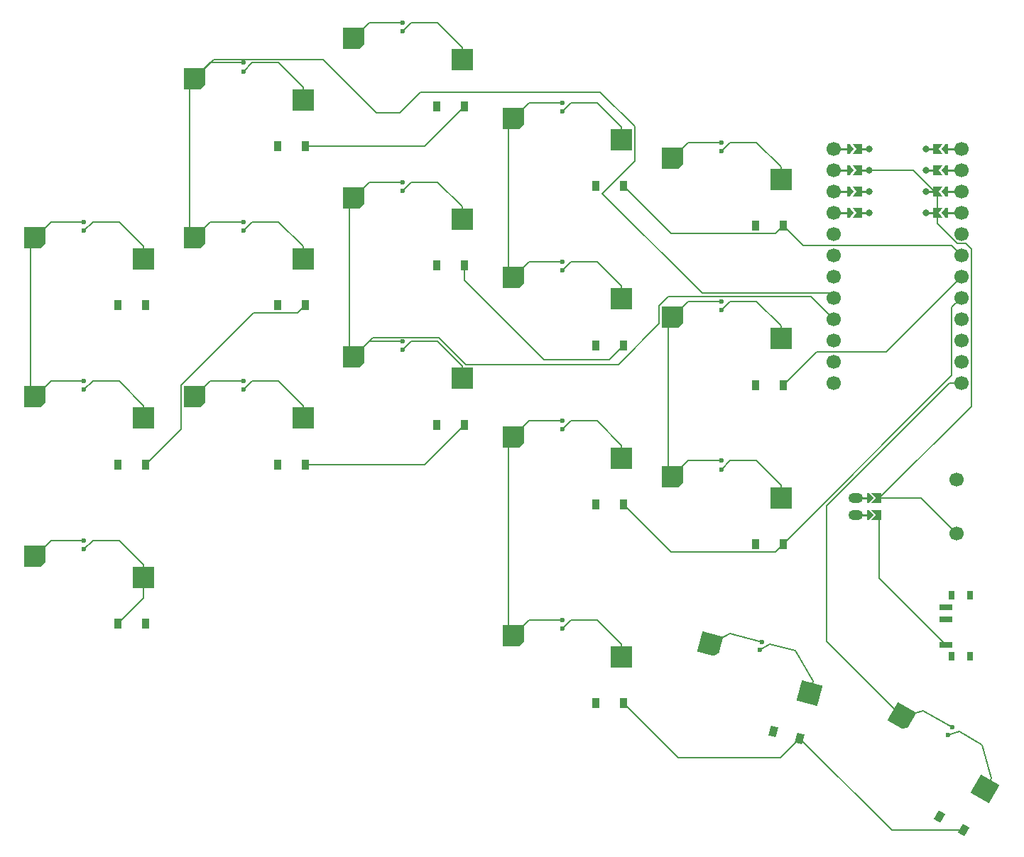
<source format=gbr>
%TF.GenerationSoftware,KiCad,Pcbnew,9.0.7*%
%TF.CreationDate,2026-01-25T01:01:47-05:00*%
%TF.ProjectId,pcb,7063622e-6b69-4636-9164-5f7063625858,rev?*%
%TF.SameCoordinates,Original*%
%TF.FileFunction,Copper,L1,Top*%
%TF.FilePolarity,Positive*%
%FSLAX46Y46*%
G04 Gerber Fmt 4.6, Leading zero omitted, Abs format (unit mm)*
G04 Created by KiCad (PCBNEW 9.0.7) date 2026-01-25 01:01:47*
%MOMM*%
%LPD*%
G01*
G04 APERTURE LIST*
G04 Aperture macros list*
%AMRotRect*
0 Rectangle, with rotation*
0 The origin of the aperture is its center*
0 $1 length*
0 $2 width*
0 $3 Rotation angle, in degrees counterclockwise*
0 Add horizontal line*
21,1,$1,$2,0,0,$3*%
%AMOutline5P*
0 Free polygon, 5 corners , with rotation*
0 The origin of the aperture is its center*
0 number of corners: always 5*
0 $1 to $10 corner X, Y*
0 $11 Rotation angle, in degrees counterclockwise*
0 create outline with 5 corners*
4,1,5,$1,$2,$3,$4,$5,$6,$7,$8,$9,$10,$1,$2,$11*%
%AMOutline6P*
0 Free polygon, 6 corners , with rotation*
0 The origin of the aperture is its center*
0 number of corners: always 6*
0 $1 to $12 corner X, Y*
0 $13 Rotation angle, in degrees counterclockwise*
0 create outline with 6 corners*
4,1,6,$1,$2,$3,$4,$5,$6,$7,$8,$9,$10,$11,$12,$1,$2,$13*%
%AMOutline7P*
0 Free polygon, 7 corners , with rotation*
0 The origin of the aperture is its center*
0 number of corners: always 7*
0 $1 to $14 corner X, Y*
0 $15 Rotation angle, in degrees counterclockwise*
0 create outline with 7 corners*
4,1,7,$1,$2,$3,$4,$5,$6,$7,$8,$9,$10,$11,$12,$13,$14,$1,$2,$15*%
%AMOutline8P*
0 Free polygon, 8 corners , with rotation*
0 The origin of the aperture is its center*
0 number of corners: always 8*
0 $1 to $16 corner X, Y*
0 $17 Rotation angle, in degrees counterclockwise*
0 create outline with 8 corners*
4,1,8,$1,$2,$3,$4,$5,$6,$7,$8,$9,$10,$11,$12,$13,$14,$15,$16,$1,$2,$17*%
%AMFreePoly0*
4,1,6,0.250000,0.000000,-0.250000,-0.625000,-0.500000,-0.625000,-0.500000,0.625000,-0.250000,0.625000,0.250000,0.000000,0.250000,0.000000,$1*%
%AMFreePoly1*
4,1,6,0.500000,-0.625000,-0.650000,-0.625000,-0.150000,0.000000,-0.650000,0.625000,0.500000,0.625000,0.500000,-0.625000,0.500000,-0.625000,$1*%
%AMFreePoly2*
4,1,6,0.600000,-0.200000,0.600000,-0.400000,-0.600000,-0.400000,-0.600000,-0.200000,0.000000,0.400000,0.600000,-0.200000,0.600000,-0.200000,$1*%
%AMFreePoly3*
4,1,6,0.600000,-1.000000,0.000000,-0.400000,-0.600000,-1.000000,-0.600000,0.250000,0.600000,0.250000,0.600000,-1.000000,0.600000,-1.000000,$1*%
G04 Aperture macros list end*
%TA.AperFunction,SMDPad,CuDef*%
%ADD10R,2.550000X2.500000*%
%TD*%
%TA.AperFunction,SMDPad,CuDef*%
%ADD11Outline5P,-1.275000X1.250000X1.275000X1.250000X1.275000X-0.750000X0.775000X-1.250000X-1.275000X-1.250000X0.000000*%
%TD*%
%TA.AperFunction,SMDPad,CuDef*%
%ADD12RotRect,2.550000X2.500000X345.000000*%
%TD*%
%TA.AperFunction,SMDPad,CuDef*%
%ADD13Outline5P,-1.275000X1.250000X1.275000X1.250000X1.275000X-0.750000X0.775000X-1.250000X-1.275000X-1.250000X345.000000*%
%TD*%
%TA.AperFunction,SMDPad,CuDef*%
%ADD14RotRect,2.550000X2.500000X330.000000*%
%TD*%
%TA.AperFunction,SMDPad,CuDef*%
%ADD15Outline5P,-1.275000X1.250000X1.275000X1.250000X1.275000X-0.750000X0.775000X-1.250000X-1.275000X-1.250000X330.000000*%
%TD*%
%TA.AperFunction,SMDPad,CuDef*%
%ADD16R,0.900000X1.200000*%
%TD*%
%TA.AperFunction,SMDPad,CuDef*%
%ADD17RotRect,0.900000X1.200000X165.000000*%
%TD*%
%TA.AperFunction,SMDPad,CuDef*%
%ADD18RotRect,0.900000X1.200000X150.000000*%
%TD*%
%TA.AperFunction,ComponentPad*%
%ADD19C,1.700000*%
%TD*%
%TA.AperFunction,ComponentPad*%
%ADD20C,0.800000*%
%TD*%
%TA.AperFunction,SMDPad,CuDef*%
%ADD21FreePoly0,0.000000*%
%TD*%
%TA.AperFunction,SMDPad,CuDef*%
%ADD22FreePoly1,0.000000*%
%TD*%
%TA.AperFunction,SMDPad,CuDef*%
%ADD23FreePoly1,180.000000*%
%TD*%
%TA.AperFunction,SMDPad,CuDef*%
%ADD24FreePoly0,180.000000*%
%TD*%
%TA.AperFunction,ComponentPad*%
%ADD25O,1.750000X1.200000*%
%TD*%
%TA.AperFunction,SMDPad,CuDef*%
%ADD26FreePoly2,270.000000*%
%TD*%
%TA.AperFunction,SMDPad,CuDef*%
%ADD27FreePoly3,270.000000*%
%TD*%
%TA.AperFunction,SMDPad,CuDef*%
%ADD28R,0.800000X1.000000*%
%TD*%
%TA.AperFunction,SMDPad,CuDef*%
%ADD29R,1.500000X0.700000*%
%TD*%
%TA.AperFunction,ViaPad*%
%ADD30C,0.600000*%
%TD*%
%TA.AperFunction,Conductor*%
%ADD31C,0.200000*%
%TD*%
%TA.AperFunction,Conductor*%
%ADD32C,0.250000*%
%TD*%
G04 APERTURE END LIST*
D10*
%TO.P,S1,1*%
%TO.N,pin_bo*%
X94085000Y-112460000D03*
D11*
%TO.P,S1,2*%
%TO.N,pin*%
X81158000Y-109920000D03*
%TD*%
D10*
%TO.P,S2,1*%
%TO.N,pin_ho*%
X94085000Y-93460000D03*
D11*
%TO.P,S2,2*%
%TO.N,pin*%
X81158000Y-90920000D03*
%TD*%
D10*
%TO.P,S3,1*%
%TO.N,pin_to*%
X94085000Y-74460000D03*
D11*
%TO.P,S3,2*%
%TO.N,pin*%
X81158000Y-71920000D03*
%TD*%
D10*
%TO.P,S4,1*%
%TO.N,ri_bo*%
X113085000Y-93460000D03*
D11*
%TO.P,S4,2*%
%TO.N,ri*%
X100158000Y-90920000D03*
%TD*%
D10*
%TO.P,S5,1*%
%TO.N,ri_ho*%
X113085000Y-74460000D03*
D11*
%TO.P,S5,2*%
%TO.N,ri*%
X100158000Y-71920000D03*
%TD*%
D10*
%TO.P,S6,1*%
%TO.N,ri_to*%
X113085000Y-55460000D03*
D11*
%TO.P,S6,2*%
%TO.N,ri*%
X100158000Y-52920000D03*
%TD*%
D10*
%TO.P,S7,1*%
%TO.N,mi_bo*%
X132085000Y-88710000D03*
D11*
%TO.P,S7,2*%
%TO.N,mi*%
X119158000Y-86170000D03*
%TD*%
D10*
%TO.P,S8,1*%
%TO.N,mi_ho*%
X132085000Y-69710000D03*
D11*
%TO.P,S8,2*%
%TO.N,mi*%
X119158000Y-67170000D03*
%TD*%
D10*
%TO.P,S9,1*%
%TO.N,mi_to*%
X132085000Y-50710000D03*
D11*
%TO.P,S9,2*%
%TO.N,mi*%
X119158000Y-48170000D03*
%TD*%
D10*
%TO.P,S10,1*%
%TO.N,ind_bo*%
X151085000Y-98210000D03*
D11*
%TO.P,S10,2*%
%TO.N,ind*%
X138158000Y-95670000D03*
%TD*%
D10*
%TO.P,S11,1*%
%TO.N,ind_ho*%
X151085000Y-79210000D03*
D11*
%TO.P,S11,2*%
%TO.N,ind*%
X138158000Y-76670000D03*
%TD*%
D10*
%TO.P,S12,1*%
%TO.N,ind_to*%
X151085000Y-60210000D03*
D11*
%TO.P,S12,2*%
%TO.N,ind*%
X138158000Y-57670000D03*
%TD*%
D10*
%TO.P,S13,1*%
%TO.N,inn_bo*%
X170085000Y-102960000D03*
D11*
%TO.P,S13,2*%
%TO.N,inn*%
X157158000Y-100420000D03*
%TD*%
D10*
%TO.P,S14,1*%
%TO.N,inn_ho*%
X170085000Y-83960000D03*
D11*
%TO.P,S14,2*%
%TO.N,inn*%
X157158000Y-81420000D03*
%TD*%
D10*
%TO.P,S15,1*%
%TO.N,inn_to*%
X170085000Y-64960000D03*
D11*
%TO.P,S15,2*%
%TO.N,inn*%
X157158000Y-62420000D03*
%TD*%
D10*
%TO.P,S16,1*%
%TO.N,ind_th*%
X151085000Y-121960000D03*
D11*
%TO.P,S16,2*%
%TO.N,ind*%
X138158000Y-119420000D03*
%TD*%
D12*
%TO.P,S17,1*%
%TO.N,inn_th*%
X173500985Y-126255281D03*
D13*
%TO.P,S17,2*%
%TO.N,inn*%
X161671862Y-120456076D03*
%TD*%
D14*
%TO.P,S18,1*%
%TO.N,far_th*%
X194405790Y-137717795D03*
D15*
%TO.P,S18,2*%
%TO.N,far*%
X184480680Y-129054591D03*
%TD*%
D16*
%TO.P,D1,1*%
%TO.N,bo*%
X94350000Y-118000000D03*
%TO.P,D1,2*%
%TO.N,pin_bo*%
X91050000Y-118000000D03*
%TD*%
%TO.P,D2,1*%
%TO.N,ho*%
X94350000Y-99000000D03*
%TO.P,D2,2*%
%TO.N,pin_ho*%
X91050000Y-99000000D03*
%TD*%
%TO.P,D3,1*%
%TO.N,to*%
X94350000Y-80000000D03*
%TO.P,D3,2*%
%TO.N,pin_to*%
X91050000Y-80000000D03*
%TD*%
%TO.P,D4,1*%
%TO.N,bo*%
X113350000Y-99000000D03*
%TO.P,D4,2*%
%TO.N,ri_bo*%
X110050000Y-99000000D03*
%TD*%
%TO.P,D5,1*%
%TO.N,ho*%
X113350000Y-80000000D03*
%TO.P,D5,2*%
%TO.N,ri_ho*%
X110050000Y-80000000D03*
%TD*%
%TO.P,D6,1*%
%TO.N,to*%
X113350000Y-61000000D03*
%TO.P,D6,2*%
%TO.N,ri_to*%
X110050000Y-61000000D03*
%TD*%
%TO.P,D7,1*%
%TO.N,bo*%
X132350000Y-94250000D03*
%TO.P,D7,2*%
%TO.N,mi_bo*%
X129050000Y-94250000D03*
%TD*%
%TO.P,D8,1*%
%TO.N,ho*%
X132350000Y-75250000D03*
%TO.P,D8,2*%
%TO.N,mi_ho*%
X129050000Y-75250000D03*
%TD*%
%TO.P,D9,1*%
%TO.N,to*%
X132350000Y-56250000D03*
%TO.P,D9,2*%
%TO.N,mi_to*%
X129050000Y-56250000D03*
%TD*%
%TO.P,D10,1*%
%TO.N,bo*%
X151350000Y-103750000D03*
%TO.P,D10,2*%
%TO.N,ind_bo*%
X148050000Y-103750000D03*
%TD*%
%TO.P,D11,1*%
%TO.N,ho*%
X151350000Y-84750000D03*
%TO.P,D11,2*%
%TO.N,ind_ho*%
X148050000Y-84750000D03*
%TD*%
%TO.P,D12,1*%
%TO.N,to*%
X151350000Y-65750000D03*
%TO.P,D12,2*%
%TO.N,ind_to*%
X148050000Y-65750000D03*
%TD*%
%TO.P,D13,1*%
%TO.N,bo*%
X170350000Y-108500000D03*
%TO.P,D13,2*%
%TO.N,inn_bo*%
X167050000Y-108500000D03*
%TD*%
%TO.P,D14,1*%
%TO.N,ho*%
X170350000Y-89500000D03*
%TO.P,D14,2*%
%TO.N,inn_ho*%
X167050000Y-89500000D03*
%TD*%
%TO.P,D15,1*%
%TO.N,to*%
X170350000Y-70500000D03*
%TO.P,D15,2*%
%TO.N,inn_to*%
X167050000Y-70500000D03*
%TD*%
%TO.P,D16,1*%
%TO.N,th*%
X151350000Y-127500000D03*
%TO.P,D16,2*%
%TO.N,ind_th*%
X148050000Y-127500000D03*
%TD*%
D17*
%TO.P,D17,1*%
%TO.N,th*%
X172323098Y-131675097D03*
%TO.P,D17,2*%
%TO.N,inn_th*%
X169135542Y-130820995D03*
%TD*%
D18*
%TO.P,D18,1*%
%TO.N,th*%
X191865287Y-142648076D03*
%TO.P,D18,2*%
%TO.N,far_th*%
X189007403Y-140998076D03*
%TD*%
D19*
%TO.P,MCU1,24*%
%TO.N,MCU1_24*%
X176380000Y-61300000D03*
%TO.P,MCU1,1*%
%TO.N,MCU1_1*%
X191620000Y-61300000D03*
D20*
%TO.P,MCU1,124*%
%TO.N,RAW*%
X180600000Y-61300000D03*
%TO.P,MCU1,101*%
%TO.N,P1*%
X187400000Y-61300000D03*
D21*
%TO.P,MCU1,24*%
%TO.N,MCU1_24*%
X178500000Y-61300000D03*
D22*
%TO.P,MCU1,124*%
%TO.N,RAW*%
X179225000Y-61300000D03*
D23*
%TO.P,MCU1,101*%
%TO.N,P1*%
X188775000Y-61300000D03*
D24*
%TO.P,MCU1,1*%
%TO.N,MCU1_1*%
X189500000Y-61300000D03*
D19*
%TO.P,MCU1,23*%
%TO.N,MCU1_23*%
X176380000Y-63840000D03*
%TO.P,MCU1,2*%
%TO.N,MCU1_2*%
X191620000Y-63840000D03*
D20*
%TO.P,MCU1,123*%
%TO.N,GND*%
X180600000Y-63840000D03*
%TO.P,MCU1,102*%
%TO.N,P0*%
X187400000Y-63840000D03*
D21*
%TO.P,MCU1,23*%
%TO.N,MCU1_23*%
X178500000Y-63840000D03*
D22*
%TO.P,MCU1,123*%
%TO.N,GND*%
X179225000Y-63840000D03*
D23*
%TO.P,MCU1,102*%
%TO.N,P0*%
X188775000Y-63840000D03*
D24*
%TO.P,MCU1,2*%
%TO.N,MCU1_2*%
X189500000Y-63840000D03*
D19*
%TO.P,MCU1,22*%
%TO.N,MCU1_22*%
X176380000Y-66380000D03*
%TO.P,MCU1,3*%
%TO.N,MCU1_3*%
X191620000Y-66380000D03*
D20*
%TO.P,MCU1,122*%
%TO.N,RST*%
X180600000Y-66380000D03*
%TO.P,MCU1,103*%
%TO.N,GND*%
X187400000Y-66380000D03*
D21*
%TO.P,MCU1,22*%
%TO.N,MCU1_22*%
X178500000Y-66380000D03*
D22*
%TO.P,MCU1,122*%
%TO.N,RST*%
X179225000Y-66380000D03*
D23*
%TO.P,MCU1,103*%
%TO.N,GND*%
X188775000Y-66380000D03*
D24*
%TO.P,MCU1,3*%
%TO.N,MCU1_3*%
X189500000Y-66380000D03*
D19*
%TO.P,MCU1,21*%
%TO.N,MCU1_21*%
X176380000Y-68920000D03*
%TO.P,MCU1,4*%
%TO.N,MCU1_4*%
X191620000Y-68920000D03*
D20*
%TO.P,MCU1,121*%
%TO.N,VCC*%
X180600000Y-68920000D03*
%TO.P,MCU1,104*%
%TO.N,GND*%
X187400000Y-68920000D03*
D21*
%TO.P,MCU1,21*%
%TO.N,MCU1_21*%
X178500000Y-68920000D03*
D22*
%TO.P,MCU1,121*%
%TO.N,VCC*%
X179225000Y-68920000D03*
D23*
%TO.P,MCU1,104*%
%TO.N,GND*%
X188775000Y-68920000D03*
D24*
%TO.P,MCU1,4*%
%TO.N,MCU1_4*%
X189500000Y-68920000D03*
D19*
%TO.P,MCU1,20*%
%TO.N,P21*%
X176380000Y-71460000D03*
%TO.P,MCU1,5*%
%TO.N,pin*%
X191620000Y-71460000D03*
%TO.P,MCU1,19*%
%TO.N,P20*%
X176380000Y-74000000D03*
%TO.P,MCU1,6*%
%TO.N,to*%
X191620000Y-74000000D03*
%TO.P,MCU1,18*%
%TO.N,P19*%
X176380000Y-76540000D03*
%TO.P,MCU1,7*%
%TO.N,ho*%
X191620000Y-76540000D03*
%TO.P,MCU1,17*%
%TO.N,ri*%
X176380000Y-79080000D03*
%TO.P,MCU1,8*%
%TO.N,bo*%
X191620000Y-79080000D03*
%TO.P,MCU1,16*%
%TO.N,mi*%
X176380000Y-81620000D03*
%TO.P,MCU1,9*%
%TO.N,DA*%
X191620000Y-81620000D03*
%TO.P,MCU1,15*%
%TO.N,CS*%
X176380000Y-84160000D03*
%TO.P,MCU1,10*%
%TO.N,CL*%
X191620000Y-84160000D03*
%TO.P,MCU1,14*%
%TO.N,ind*%
X176380000Y-86700000D03*
%TO.P,MCU1,11*%
%TO.N,inn*%
X191620000Y-86700000D03*
%TO.P,MCU1,13*%
%TO.N,th*%
X176380000Y-89240000D03*
%TO.P,MCU1,12*%
%TO.N,far*%
X191620000Y-89240000D03*
%TD*%
D25*
%TO.P,JST1,11*%
%TO.N,JST1_1*%
X179000000Y-105000000D03*
%TO.P,JST1,12*%
%TO.N,JST1_2*%
X179000000Y-103000000D03*
D26*
%TO.P,JST1,21*%
%TO.N,JST1_1*%
X180800000Y-105000000D03*
%TO.P,JST1,22*%
%TO.N,JST1_2*%
X180800000Y-103000000D03*
D27*
%TO.P,JST1,1*%
%TO.N,BAT_P*%
X181816000Y-105000000D03*
%TO.P,JST1,2*%
%TO.N,GND*%
X181816000Y-103000000D03*
%TD*%
D19*
%TO.P,RST1,2*%
%TO.N,GND*%
X191000000Y-107250000D03*
%TO.P,RST1,1*%
%TO.N,RST*%
X191000000Y-100750000D03*
%TD*%
D28*
%TO.P,PWR1,*%
%TO.N,*%
X192625000Y-114600000D03*
X190415000Y-114600000D03*
X190415000Y-121900000D03*
X192625000Y-121900000D03*
D29*
%TO.P,PWR1,1*%
%TO.N,BAT_P*%
X189765000Y-120500000D03*
%TO.P,PWR1,2*%
%TO.N,RAW*%
X189765000Y-117500000D03*
%TO.P,PWR1,3*%
%TO.N,N/C*%
X189765000Y-116000000D03*
%TD*%
D30*
%TO.N,pin*%
X87000000Y-108041000D03*
%TO.N,pin_bo*%
X87000000Y-109070000D03*
%TO.N,pin*%
X87000000Y-89041000D03*
%TO.N,pin_ho*%
X87000000Y-90070000D03*
%TO.N,pin*%
X87000000Y-70041000D03*
%TO.N,pin_to*%
X87000000Y-71070000D03*
%TO.N,ri*%
X106000000Y-89041000D03*
%TO.N,ri_bo*%
X106000000Y-90070000D03*
%TO.N,ri*%
X106000000Y-70041000D03*
%TO.N,ri_ho*%
X106000000Y-71070000D03*
%TO.N,ri*%
X106000000Y-51041000D03*
%TO.N,ri_to*%
X106000000Y-52070000D03*
%TO.N,mi*%
X125000000Y-84291000D03*
%TO.N,mi_bo*%
X125000000Y-85320000D03*
%TO.N,mi*%
X125000000Y-65291000D03*
%TO.N,mi_ho*%
X125000000Y-66320000D03*
%TO.N,mi*%
X125000000Y-46291000D03*
%TO.N,mi_to*%
X125000000Y-47320000D03*
%TO.N,ind*%
X144000000Y-93791000D03*
%TO.N,ind_bo*%
X144000000Y-94820000D03*
%TO.N,ind*%
X144000000Y-74791000D03*
%TO.N,ind_ho*%
X144000000Y-75820000D03*
%TO.N,ind*%
X144000000Y-55791000D03*
%TO.N,ind_to*%
X144000000Y-56820000D03*
%TO.N,inn*%
X163000000Y-98541000D03*
%TO.N,inn_bo*%
X163000000Y-99570000D03*
%TO.N,inn*%
X163000000Y-79541000D03*
%TO.N,inn_ho*%
X163000000Y-80570000D03*
%TO.N,inn*%
X163000000Y-60541000D03*
%TO.N,inn_to*%
X163000000Y-61570000D03*
%TO.N,ind*%
X144000000Y-117541000D03*
%TO.N,ind_th*%
X144000000Y-118570000D03*
%TO.N,inn*%
X167801122Y-120153122D03*
%TO.N,inn_th*%
X167534797Y-121147060D03*
%TO.N,far*%
X190479500Y-130348329D03*
%TO.N,far_th*%
X189965000Y-131239469D03*
%TD*%
D31*
%TO.N,BAT_P*%
X181816000Y-105000000D02*
X181816000Y-112551000D01*
X181816000Y-112551000D02*
X189765000Y-120500000D01*
%TO.N,pin_bo*%
X91050000Y-118000000D02*
X94085000Y-114965000D01*
X94085000Y-114965000D02*
X94085000Y-112460000D01*
%TO.N,GND*%
X188775000Y-66380000D02*
X188380000Y-66380000D01*
X188380000Y-66380000D02*
X185840000Y-63840000D01*
X185840000Y-63840000D02*
X179225000Y-63840000D01*
X188775000Y-68920000D02*
X188775000Y-66380000D01*
X181816000Y-103000000D02*
X192771000Y-92045000D01*
X192771000Y-92045000D02*
X192771000Y-73285240D01*
X192771000Y-73285240D02*
X192096760Y-72611000D01*
X192096760Y-72611000D02*
X191143240Y-72611000D01*
X191143240Y-72611000D02*
X188775000Y-70242760D01*
X188775000Y-70242760D02*
X188775000Y-68920000D01*
%TO.N,to*%
X170350000Y-70500000D02*
X172699000Y-72849000D01*
X172699000Y-72849000D02*
X190469000Y-72849000D01*
X190469000Y-72849000D02*
X191620000Y-74000000D01*
%TO.N,GND*%
X191000000Y-107250000D02*
X186750000Y-103000000D01*
X186750000Y-103000000D02*
X181816000Y-103000000D01*
%TO.N,far*%
X191620000Y-89240000D02*
X190177100Y-89240000D01*
X190177100Y-89240000D02*
X175500000Y-103917100D01*
X175500000Y-103917100D02*
X175500000Y-120073911D01*
X175500000Y-120073911D02*
X184480680Y-129054591D01*
%TO.N,ho*%
X191620000Y-76540000D02*
X182649000Y-85511000D01*
X174339000Y-85511000D02*
X170350000Y-89500000D01*
X182649000Y-85511000D02*
X174339000Y-85511000D01*
%TO.N,bo*%
X191620000Y-79080000D02*
X190469000Y-80231000D01*
X190469000Y-80231000D02*
X190469000Y-88381000D01*
X190469000Y-88381000D02*
X170350000Y-108500000D01*
%TO.N,ri*%
X176380000Y-79080000D02*
X175839000Y-78539000D01*
X102438000Y-50640000D02*
X100158000Y-52920000D01*
X175839000Y-78539000D02*
X160689000Y-78539000D01*
X160689000Y-78539000D02*
X148801000Y-66651000D01*
X115470108Y-50640000D02*
X102438000Y-50640000D01*
X148801000Y-66651000D02*
X152661000Y-62791000D01*
X152661000Y-62791000D02*
X152661000Y-58659000D01*
X152661000Y-58659000D02*
X148553000Y-54551000D01*
X148553000Y-54551000D02*
X127094527Y-54551000D01*
X127094527Y-54551000D02*
X124634527Y-57011000D01*
X124634527Y-57011000D02*
X121841108Y-57011000D01*
X121841108Y-57011000D02*
X115470108Y-50640000D01*
%TO.N,mi*%
X176380000Y-81620000D02*
X173700000Y-78940000D01*
X173700000Y-78940000D02*
X156687322Y-78940000D01*
X156687322Y-78940000D02*
X155582000Y-80045322D01*
X155582000Y-80045322D02*
X155582000Y-82170000D01*
X155582000Y-82170000D02*
X150708100Y-87043900D01*
X121438000Y-83890000D02*
X119158000Y-86170000D01*
X150708100Y-87043900D02*
X132486000Y-87043900D01*
X132486000Y-87043900D02*
X129332100Y-83890000D01*
X129332100Y-83890000D02*
X121438000Y-83890000D01*
%TO.N,to*%
X132350000Y-56250000D02*
X127600000Y-61000000D01*
X127600000Y-61000000D02*
X113350000Y-61000000D01*
X170350000Y-70500000D02*
X169449000Y-71401000D01*
X169449000Y-71401000D02*
X157001000Y-71401000D01*
X157001000Y-71401000D02*
X151350000Y-65750000D01*
%TO.N,ho*%
X132350000Y-75250000D02*
X132350000Y-77019892D01*
X132350000Y-77019892D02*
X141830108Y-86500000D01*
X141830108Y-86500000D02*
X149600000Y-86500000D01*
X149600000Y-86500000D02*
X151350000Y-84750000D01*
X94350000Y-99000000D02*
X98582000Y-94768000D01*
X107226322Y-80901000D02*
X112449000Y-80901000D01*
X98582000Y-94768000D02*
X98582000Y-89545322D01*
X98582000Y-89545322D02*
X107226322Y-80901000D01*
X112449000Y-80901000D02*
X113350000Y-80000000D01*
%TO.N,bo*%
X132350000Y-94250000D02*
X127600000Y-99000000D01*
X127600000Y-99000000D02*
X113350000Y-99000000D01*
X170350000Y-108500000D02*
X169449000Y-109401000D01*
X169449000Y-109401000D02*
X157001000Y-109401000D01*
X157001000Y-109401000D02*
X151350000Y-103750000D01*
%TO.N,th*%
X172323098Y-131675097D02*
X183296077Y-142648076D01*
X183296077Y-142648076D02*
X191865287Y-142648076D01*
X151350000Y-127500000D02*
X157850000Y-134000000D01*
X157850000Y-134000000D02*
X169998195Y-134000000D01*
X169998195Y-134000000D02*
X172323098Y-131675097D01*
%TO.N,inn*%
X157158000Y-100420000D02*
X156619000Y-99881000D01*
X156619000Y-81959000D02*
X157158000Y-81420000D01*
X156619000Y-99881000D02*
X156619000Y-81959000D01*
%TO.N,ind*%
X138158000Y-119420000D02*
X137619000Y-118881000D01*
X137619000Y-118881000D02*
X137619000Y-96209000D01*
X137619000Y-96209000D02*
X138158000Y-95670000D01*
X138158000Y-76670000D02*
X137619000Y-76131000D01*
X137619000Y-76131000D02*
X137619000Y-58209000D01*
X137619000Y-58209000D02*
X138158000Y-57670000D01*
%TO.N,mi*%
X119158000Y-86170000D02*
X118619000Y-85631000D01*
X118619000Y-85631000D02*
X118619000Y-67709000D01*
X118619000Y-67709000D02*
X119158000Y-67170000D01*
%TO.N,ri*%
X100158000Y-71920000D02*
X99619000Y-71381000D01*
X99619000Y-53459000D02*
X100158000Y-52920000D01*
X99619000Y-71381000D02*
X99619000Y-53459000D01*
%TO.N,pin*%
X81158000Y-90920000D02*
X80619000Y-90381000D01*
X80619000Y-90381000D02*
X80619000Y-72459000D01*
X80619000Y-72459000D02*
X81158000Y-71920000D01*
X81158000Y-109920000D02*
X83037000Y-108041000D01*
X83037000Y-108041000D02*
X87000000Y-108041000D01*
%TO.N,pin_bo*%
X87000000Y-109070000D02*
X88029000Y-108041000D01*
X91166000Y-108041000D02*
X94085000Y-110960000D01*
X94085000Y-110960000D02*
X94085000Y-112460000D01*
X88029000Y-108041000D02*
X91166000Y-108041000D01*
%TO.N,pin*%
X81158000Y-90920000D02*
X83037000Y-89041000D01*
X83037000Y-89041000D02*
X87000000Y-89041000D01*
%TO.N,pin_ho*%
X87000000Y-90070000D02*
X88029000Y-89041000D01*
X91166000Y-89041000D02*
X94085000Y-91960000D01*
X94085000Y-91960000D02*
X94085000Y-93460000D01*
X88029000Y-89041000D02*
X91166000Y-89041000D01*
%TO.N,pin*%
X81158000Y-71920000D02*
X83037000Y-70041000D01*
X83037000Y-70041000D02*
X87000000Y-70041000D01*
%TO.N,pin_to*%
X87000000Y-71070000D02*
X88029000Y-70041000D01*
X91166000Y-70041000D02*
X94085000Y-72960000D01*
X94085000Y-72960000D02*
X94085000Y-74460000D01*
X88029000Y-70041000D02*
X91166000Y-70041000D01*
%TO.N,ri*%
X100158000Y-90920000D02*
X102037000Y-89041000D01*
X102037000Y-89041000D02*
X106000000Y-89041000D01*
%TO.N,ri_bo*%
X106000000Y-90070000D02*
X107029000Y-89041000D01*
X110166000Y-89041000D02*
X113085000Y-91960000D01*
X113085000Y-91960000D02*
X113085000Y-93460000D01*
X107029000Y-89041000D02*
X110166000Y-89041000D01*
%TO.N,ri*%
X100158000Y-71920000D02*
X102037000Y-70041000D01*
X102037000Y-70041000D02*
X106000000Y-70041000D01*
%TO.N,ri_ho*%
X106000000Y-71070000D02*
X107029000Y-70041000D01*
X110166000Y-70041000D02*
X113085000Y-72960000D01*
X113085000Y-72960000D02*
X113085000Y-74460000D01*
X107029000Y-70041000D02*
X110166000Y-70041000D01*
%TO.N,ri*%
X100158000Y-52920000D02*
X102037000Y-51041000D01*
X102037000Y-51041000D02*
X106000000Y-51041000D01*
%TO.N,ri_to*%
X106000000Y-52070000D02*
X107029000Y-51041000D01*
X110166000Y-51041000D02*
X113085000Y-53960000D01*
X113085000Y-53960000D02*
X113085000Y-55460000D01*
X107029000Y-51041000D02*
X110166000Y-51041000D01*
%TO.N,mi*%
X119158000Y-86170000D02*
X121037000Y-84291000D01*
X121037000Y-84291000D02*
X125000000Y-84291000D01*
%TO.N,mi_bo*%
X125000000Y-85320000D02*
X126029000Y-84291000D01*
X129166000Y-84291000D02*
X132085000Y-87210000D01*
X132085000Y-87210000D02*
X132085000Y-88710000D01*
X126029000Y-84291000D02*
X129166000Y-84291000D01*
%TO.N,mi*%
X119158000Y-67170000D02*
X121037000Y-65291000D01*
X121037000Y-65291000D02*
X125000000Y-65291000D01*
%TO.N,mi_ho*%
X125000000Y-66320000D02*
X126029000Y-65291000D01*
X129166000Y-65291000D02*
X132085000Y-68210000D01*
X132085000Y-68210000D02*
X132085000Y-69710000D01*
X126029000Y-65291000D02*
X129166000Y-65291000D01*
%TO.N,mi*%
X119158000Y-48170000D02*
X121037000Y-46291000D01*
X121037000Y-46291000D02*
X125000000Y-46291000D01*
%TO.N,mi_to*%
X125000000Y-47320000D02*
X126029000Y-46291000D01*
X129166000Y-46291000D02*
X132085000Y-49210000D01*
X132085000Y-49210000D02*
X132085000Y-50710000D01*
X126029000Y-46291000D02*
X129166000Y-46291000D01*
%TO.N,ind*%
X138158000Y-95670000D02*
X140037000Y-93791000D01*
X140037000Y-93791000D02*
X144000000Y-93791000D01*
%TO.N,ind_bo*%
X144000000Y-94820000D02*
X145029000Y-93791000D01*
X148166000Y-93791000D02*
X151085000Y-96710000D01*
X151085000Y-96710000D02*
X151085000Y-98210000D01*
X145029000Y-93791000D02*
X148166000Y-93791000D01*
%TO.N,ind*%
X138158000Y-76670000D02*
X140037000Y-74791000D01*
X140037000Y-74791000D02*
X144000000Y-74791000D01*
%TO.N,ind_ho*%
X144000000Y-75820000D02*
X145029000Y-74791000D01*
X148166000Y-74791000D02*
X151085000Y-77710000D01*
X151085000Y-77710000D02*
X151085000Y-79210000D01*
X145029000Y-74791000D02*
X148166000Y-74791000D01*
%TO.N,ind*%
X138158000Y-57670000D02*
X140037000Y-55791000D01*
X140037000Y-55791000D02*
X144000000Y-55791000D01*
%TO.N,ind_to*%
X144000000Y-56820000D02*
X145029000Y-55791000D01*
X148166000Y-55791000D02*
X151085000Y-58710000D01*
X151085000Y-58710000D02*
X151085000Y-60210000D01*
X145029000Y-55791000D02*
X148166000Y-55791000D01*
%TO.N,inn*%
X157158000Y-100420000D02*
X159037000Y-98541000D01*
X159037000Y-98541000D02*
X163000000Y-98541000D01*
%TO.N,inn_bo*%
X163000000Y-99570000D02*
X164029000Y-98541000D01*
X167166000Y-98541000D02*
X170085000Y-101460000D01*
X170085000Y-101460000D02*
X170085000Y-102960000D01*
X164029000Y-98541000D02*
X167166000Y-98541000D01*
%TO.N,inn*%
X157158000Y-81420000D02*
X159037000Y-79541000D01*
X159037000Y-79541000D02*
X163000000Y-79541000D01*
%TO.N,inn_ho*%
X163000000Y-80570000D02*
X164029000Y-79541000D01*
X167166000Y-79541000D02*
X170085000Y-82460000D01*
X170085000Y-82460000D02*
X170085000Y-83960000D01*
X164029000Y-79541000D02*
X167166000Y-79541000D01*
%TO.N,inn*%
X157158000Y-62420000D02*
X159037000Y-60541000D01*
X159037000Y-60541000D02*
X163000000Y-60541000D01*
%TO.N,inn_to*%
X163000000Y-61570000D02*
X164029000Y-60541000D01*
X167166000Y-60541000D02*
X170085000Y-63460000D01*
X170085000Y-63460000D02*
X170085000Y-64960000D01*
X164029000Y-60541000D02*
X167166000Y-60541000D01*
%TO.N,ind*%
X138158000Y-119420000D02*
X140037000Y-117541000D01*
X140037000Y-117541000D02*
X144000000Y-117541000D01*
%TO.N,ind_th*%
X144000000Y-118570000D02*
X145029000Y-117541000D01*
X148166000Y-117541000D02*
X151085000Y-120460000D01*
X151085000Y-120460000D02*
X151085000Y-121960000D01*
X145029000Y-117541000D02*
X148166000Y-117541000D01*
%TO.N,inn*%
X161671862Y-120456076D02*
X163973158Y-119127422D01*
X163973158Y-119127422D02*
X167801122Y-120153122D01*
%TO.N,inn_th*%
X167534797Y-121147060D02*
X168795059Y-120419447D01*
X171825169Y-121231362D02*
X173889213Y-124806393D01*
X173889213Y-124806393D02*
X173500985Y-126255281D01*
X168795059Y-120419447D02*
X171825169Y-121231362D01*
%TO.N,far*%
X184480680Y-129054591D02*
X187047441Y-128366829D01*
X187047441Y-128366829D02*
X190479500Y-130348329D01*
%TO.N,far_th*%
X189965000Y-131239469D02*
X191370640Y-130862829D01*
X194087362Y-132431329D02*
X195155790Y-136418757D01*
X195155790Y-136418757D02*
X194405790Y-137717796D01*
X191370640Y-130862829D02*
X194087362Y-132431329D01*
D32*
%TO.N,P1*%
X188775000Y-61300000D02*
X187400000Y-61300000D01*
%TO.N,RAW*%
X179225000Y-61300000D02*
X180600000Y-61300000D01*
%TO.N,MCU1_24*%
X176380000Y-61300000D02*
X178500000Y-61300000D01*
%TO.N,MCU1_1*%
X189500000Y-61300000D02*
X191620000Y-61300000D01*
%TO.N,P0*%
X188775000Y-63840000D02*
X187400000Y-63840000D01*
%TO.N,GND*%
X179225000Y-63840000D02*
X180600000Y-63840000D01*
%TO.N,MCU1_23*%
X176380000Y-63840000D02*
X178500000Y-63840000D01*
%TO.N,MCU1_2*%
X189500000Y-63840000D02*
X191620000Y-63840000D01*
%TO.N,GND*%
X188775000Y-66380000D02*
X187400000Y-66380000D01*
%TO.N,RST*%
X179225000Y-66380000D02*
X180600000Y-66380000D01*
%TO.N,MCU1_22*%
X176380000Y-66380000D02*
X178500000Y-66380000D01*
%TO.N,MCU1_3*%
X189500000Y-66380000D02*
X191620000Y-66380000D01*
%TO.N,GND*%
X188775000Y-68920000D02*
X187400000Y-68920000D01*
%TO.N,VCC*%
X179225000Y-68920000D02*
X180600000Y-68920000D01*
%TO.N,MCU1_21*%
X176380000Y-68920000D02*
X178500000Y-68920000D01*
%TO.N,MCU1_4*%
X189500000Y-68920000D02*
X191620000Y-68920000D01*
%TO.N,JST1_1*%
X180800000Y-105000000D02*
X179000000Y-105000000D01*
%TO.N,JST1_2*%
X180800000Y-103000000D02*
X179000000Y-103000000D01*
%TD*%
M02*

</source>
